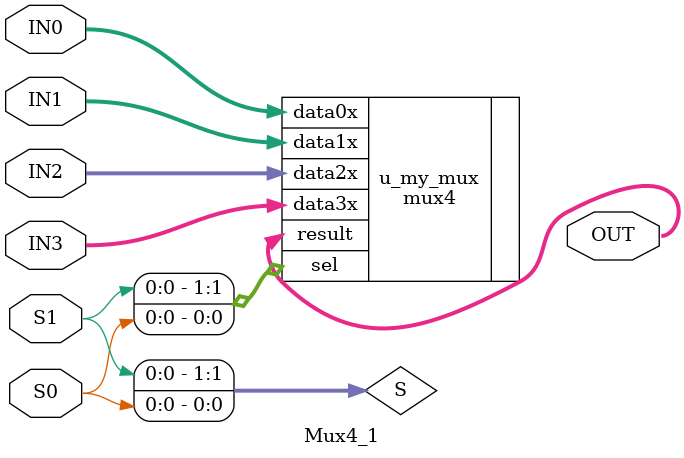
<source format=v>
module Mux4_1 #(parameter size = 32) (IN0, IN1, IN2, IN3, S0, S1, OUT);
    input [size-1:0] IN0, IN1, IN2, IN3;
    output [size-1:0] OUT; // OUT is directly assigned
    input S0, S1;

    wire [1:0] S;

    //Concatenate the select lines to create a 2-bit selector
    assign S = {S1, S0};

	mux4 u_my_mux (
    .data0x (IN0),  // Input 0
    .data1x (IN1),  // Input 1
	 .data2x (IN2),  // Input 1
	 .data3x (IN3),  // Input 1
    .sel   (S),    // Selection line
    .result (OUT)   // Output
);
					  
endmodule
</source>
